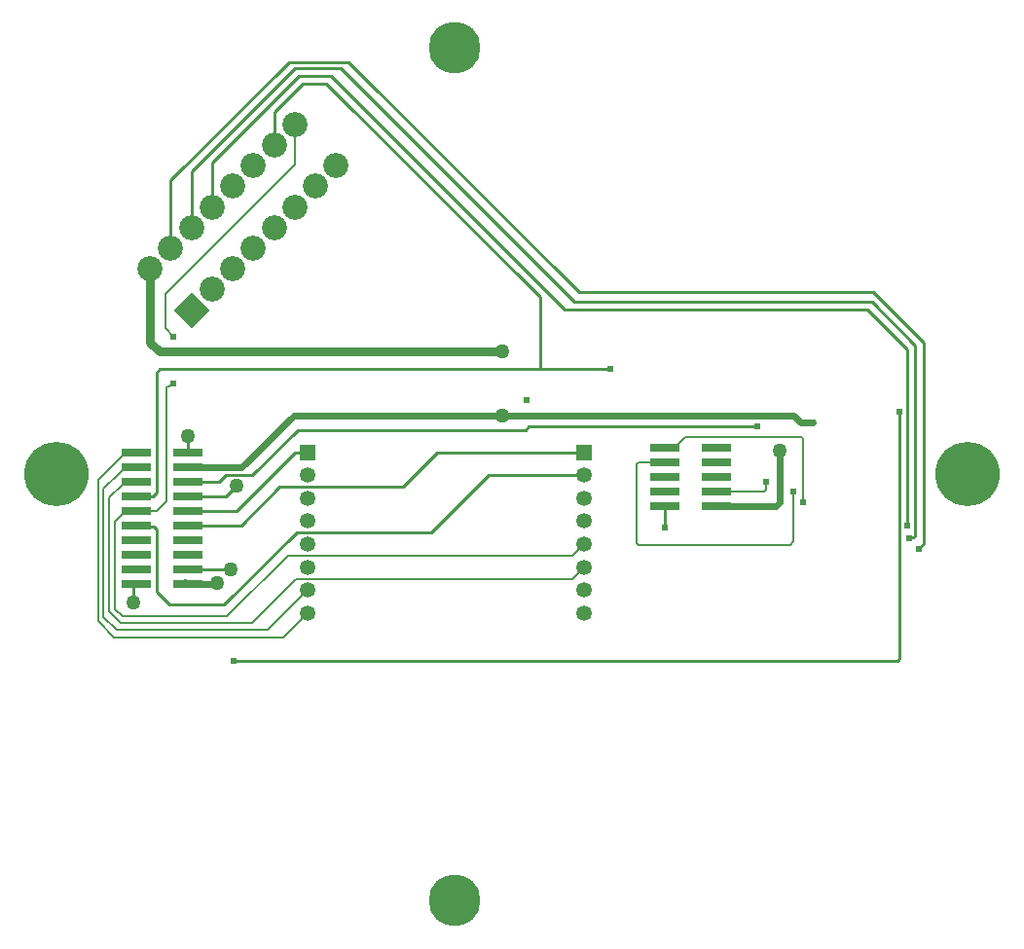
<source format=gbl>
G04*
G04 #@! TF.GenerationSoftware,Altium Limited,Altium Designer,21.4.1 (30)*
G04*
G04 Layer_Physical_Order=2*
G04 Layer_Color=16711680*
%FSLAX25Y25*%
%MOIN*%
G70*
G04*
G04 #@! TF.SameCoordinates,4CBD480F-F67F-4A02-B49F-E89483E6C45F*
G04*
G04*
G04 #@! TF.FilePolarity,Positive*
G04*
G01*
G75*
%ADD13C,0.01000*%
%ADD26C,0.00800*%
%ADD27C,0.02300*%
%ADD28C,0.03000*%
%ADD29C,0.22028*%
%ADD30C,0.08563*%
%ADD31P,0.12110X4X90.0*%
%ADD32C,0.05315*%
%ADD33R,0.05315X0.05315*%
%ADD34C,0.17717*%
%ADD35C,0.02400*%
%ADD36C,0.05000*%
%ADD37R,0.09843X0.02992*%
%ADD38C,0.01500*%
D13*
X-102742Y91558D02*
Y106758D01*
X-73000Y136500D02*
X-61900D01*
X-102742Y106758D02*
X-73000Y136500D01*
X-109813Y103587D02*
X-74400Y139000D01*
X-58721D01*
X-109813Y84487D02*
Y103587D01*
X-63595Y133895D02*
X9500Y60800D01*
X-81529Y123971D02*
X-71605Y133895D01*
X-63595D01*
X-81529Y112771D02*
Y123971D01*
X-116884Y77416D02*
Y100716D01*
X-76500Y141100D02*
X-55900D01*
X-116884Y100716D02*
X-76500Y141100D01*
X-58721Y139000D02*
X21179Y59100D01*
X-61900Y136500D02*
X18100Y56500D01*
X-122980Y-7500D02*
X-121772Y-6292D01*
X-128858Y-7500D02*
X-122980D01*
X-121772Y34692D02*
X-120564Y35900D01*
X-121772Y-6292D02*
Y34692D01*
X-120564Y35900D02*
X10050D01*
X33700D01*
X9500Y36450D02*
Y60800D01*
Y36450D02*
X10050Y35900D01*
X22800Y62400D02*
X123600D01*
X18100Y56500D02*
X121600D01*
X21179Y59100D02*
X123200D01*
X-55900Y141100D02*
X22800Y62400D01*
X-129700Y-38342D02*
X-128858Y-37500D01*
X-129700Y-43900D02*
Y-38342D01*
X-121800Y-40322D02*
X-117422Y-44700D01*
X-73862Y-20000D02*
X-27800D01*
X-117422Y-44700D02*
X-98562D01*
X-73862Y-20000D01*
X-111142Y7500D02*
X-111000Y7642D01*
Y13200D01*
X52142Y-18261D02*
X52223Y-18342D01*
X52142Y-18261D02*
Y-11000D01*
X121600Y56500D02*
X135226Y42874D01*
Y-17574D02*
Y42874D01*
X135200Y-17600D02*
X135226Y-17574D01*
X123600Y62400D02*
X141100Y44900D01*
X139272Y-25591D02*
X141100Y-23763D01*
Y44900D01*
X135900Y-21900D02*
X136146Y-21654D01*
X137514D01*
X138100Y-21068D01*
Y44200D01*
X123200Y59100D02*
X138100Y44200D01*
X-100400Y-2500D02*
X-98200Y-300D01*
X-88921D02*
X-73421Y15200D01*
X-98200Y-300D02*
X-88921D01*
X-111142Y-12500D02*
X-94300D01*
X-74241Y7559D01*
X-70000D01*
X-37500Y-4400D02*
X-25541Y7559D01*
X-92700Y-17500D02*
X-79600Y-4400D01*
X-37500D01*
X-111142Y-2500D02*
X-100400D01*
X5700Y16300D02*
X84100D01*
X-73421Y15200D02*
X4600D01*
X5700Y16300D01*
X-98000Y-7500D02*
X-94500Y-4000D01*
X-111142Y-7500D02*
X-98000D01*
X-27800Y-20000D02*
X-8115Y-315D01*
X-121800Y-40322D02*
Y-19000D01*
X-8115Y-315D02*
X24500D01*
X-95500Y-63900D02*
X131888D01*
X132474Y-63314D02*
Y21325D01*
X131888Y-63900D02*
X132474Y-63314D01*
X-111142Y-32500D02*
X-96300D01*
X-111142Y-17500D02*
X-92700D01*
X-25541Y7559D02*
X24500D01*
X-128468Y-17891D02*
X-123023D01*
X-122914Y-18000D02*
X-122800D01*
X-121800Y-19000D01*
X-123023Y-17891D02*
X-122914Y-18000D01*
X-128858Y-17500D02*
X-128468Y-17891D01*
D26*
X43300Y-24200D02*
X95200D01*
X42700Y-23600D02*
Y3531D01*
Y-23600D02*
X43300Y-24200D01*
X42700Y3531D02*
X43169Y4000D01*
X52142D01*
X96300Y-23100D02*
Y-6000D01*
X95200Y-24200D02*
X96300Y-23100D01*
X86231Y-6000D02*
X86900Y-5331D01*
Y-2700D01*
X69858Y-6000D02*
X86231D01*
X99600Y-9700D02*
Y12231D01*
X59267Y12700D02*
X99131D01*
X99600Y12231D01*
X52142Y9000D02*
X55567D01*
X59267Y12700D01*
X-74458Y106058D02*
Y119842D01*
X-118800Y61716D02*
X-74458Y106058D01*
X-118800Y50100D02*
X-115900Y47200D01*
X-118800Y50100D02*
Y61716D01*
X-117327Y30206D02*
X-116433Y31100D01*
X-118500Y29640D02*
X-117934Y30206D01*
X-118500Y-9400D02*
Y29640D01*
X-116433Y31100D02*
X-116000D01*
X-117934Y30206D02*
X-117327D01*
X-121600Y-12500D02*
X-118500Y-9400D01*
X-128858Y-12500D02*
X-121600D01*
X-132283D02*
X-128858D01*
X-141800Y-50214D02*
X-136214Y-55800D01*
X-78241D02*
X-70000Y-47559D01*
X-136214Y-55800D02*
X-78241D01*
X-135400Y-53400D02*
X-83715D01*
X-139900Y-48900D02*
X-135400Y-53400D01*
X-83715D02*
X-70000Y-39685D01*
X-138000Y-47000D02*
X-134000Y-51000D01*
X-89200D02*
X-74000Y-35800D01*
X-134000Y-51000D02*
X-89200D01*
X-97600Y-48700D02*
X-76700Y-27800D01*
X-133500Y-48700D02*
X-97600D01*
X-136000Y-46200D02*
X-133500Y-48700D01*
X-139900Y-48900D02*
Y-5003D01*
X-138000Y-47000D02*
Y-8103D01*
X-136000Y-46200D02*
Y-16217D01*
X-138000Y-8103D02*
X-133393Y-3496D01*
X-141800Y-50214D02*
Y-2017D01*
X-139900Y-5003D02*
X-134401Y496D01*
X-136000Y-16217D02*
X-132283Y-12500D01*
X-141800Y-2017D02*
X-132283Y7500D01*
X-76700Y-27800D02*
X20637D01*
X24500Y-23937D01*
X-74000Y-35800D02*
X20511D01*
X24500Y-31811D01*
X-133393Y-3496D02*
X-129854D01*
X-128858Y-2500D01*
X-132283Y7500D02*
X-128858D01*
X-134287Y496D02*
X-132283Y2500D01*
X-134401Y496D02*
X-134287D01*
X-132283Y2500D02*
X-128858D01*
D27*
X69858Y-11000D02*
X90353D01*
X91700Y-9653D01*
Y7900D01*
X-101227Y2400D02*
X-92600D01*
X-101327Y2500D02*
X-101227Y2400D01*
X-92600D02*
X-74800Y20200D01*
X-111142Y2500D02*
X-101327D01*
X-111142Y-37500D02*
X-101300D01*
X99032Y17568D02*
X102946D01*
X96400Y20200D02*
X99032Y17568D01*
X-3500Y20200D02*
X96400D01*
X-74800D02*
X-3500D01*
D28*
X-120700Y41900D02*
X-3400D01*
X-123955Y45155D02*
X-120700Y41900D01*
X-123955Y45155D02*
Y70345D01*
D29*
X-156000Y0D02*
D03*
X156000D02*
D03*
D30*
X-74458Y119842D02*
D03*
X-60316Y105700D02*
D03*
X-81529Y112771D02*
D03*
X-67387Y98629D02*
D03*
X-88600Y105700D02*
D03*
X-74458Y91558D02*
D03*
X-95671Y98629D02*
D03*
X-81529Y84487D02*
D03*
X-102742Y91558D02*
D03*
X-88600Y77416D02*
D03*
X-109813Y84487D02*
D03*
X-95671Y70345D02*
D03*
X-116884Y77416D02*
D03*
X-102742Y63274D02*
D03*
X-123955Y70345D02*
D03*
D31*
X-109813Y56203D02*
D03*
D32*
X24500Y-315D02*
D03*
Y-47559D02*
D03*
Y-39685D02*
D03*
Y-8189D02*
D03*
Y-16063D02*
D03*
Y-23937D02*
D03*
Y-31811D02*
D03*
X-70000Y-39685D02*
D03*
Y-47559D02*
D03*
Y-31811D02*
D03*
Y-315D02*
D03*
Y-8189D02*
D03*
Y-16063D02*
D03*
Y-23937D02*
D03*
D33*
X24500Y7559D02*
D03*
X-70000D02*
D03*
D34*
X-19700Y-146000D02*
D03*
Y146000D02*
D03*
D35*
X96300Y-6000D02*
D03*
X86900Y-2700D02*
D03*
X99600Y-9700D02*
D03*
X-115900Y47200D02*
D03*
X-116000Y31100D02*
D03*
X-101200Y2400D02*
D03*
X52223Y-18342D02*
D03*
X102946Y17568D02*
D03*
X33700Y35900D02*
D03*
X-95500Y-63900D02*
D03*
X135200Y-17600D02*
D03*
X135900Y-21900D02*
D03*
X139272Y-25591D02*
D03*
X4900Y25500D02*
D03*
X84100Y16300D02*
D03*
X132474Y21325D02*
D03*
D36*
X91700Y7900D02*
D03*
X-101200Y-37400D02*
D03*
X-129700Y-43900D02*
D03*
X-3400Y41900D02*
D03*
X-111000Y13200D02*
D03*
X-3500Y20200D02*
D03*
X-94500Y-4000D02*
D03*
X-96300Y-32500D02*
D03*
D37*
X-111142Y-37500D02*
D03*
X-128858D02*
D03*
X-111142Y-32500D02*
D03*
X-128858D02*
D03*
X-111142Y-27500D02*
D03*
X-128858D02*
D03*
X-111142Y-22500D02*
D03*
X-128858D02*
D03*
X-111142Y-17500D02*
D03*
X-128858D02*
D03*
X-111142Y-12500D02*
D03*
X-128858D02*
D03*
X-111142Y-7500D02*
D03*
X-128858D02*
D03*
X-111142Y-2500D02*
D03*
X-128858D02*
D03*
X-111142Y2500D02*
D03*
X-128858D02*
D03*
X-111142Y7500D02*
D03*
X-128858D02*
D03*
X69858Y-11000D02*
D03*
X52142D02*
D03*
X69858Y-6000D02*
D03*
Y-1000D02*
D03*
X52142D02*
D03*
X69858Y4000D02*
D03*
X52142D02*
D03*
X69858Y9000D02*
D03*
X52142D02*
D03*
Y-6000D02*
D03*
D38*
X-101300Y-37500D02*
X-101200Y-37400D01*
X-111888Y-36754D02*
X-111142Y-37500D01*
M02*

</source>
